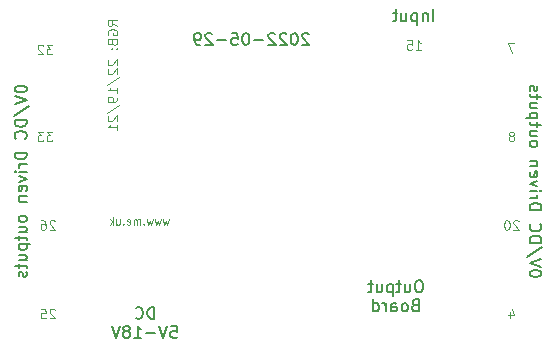
<source format=gbr>
%TF.GenerationSoftware,KiCad,Pcbnew,(6.0.5-0)*%
%TF.CreationDate,2022-05-31T16:46:30+01:00*%
%TF.ProjectId,Relay8,52656c61-7938-42e6-9b69-6361645f7063,1*%
%TF.SameCoordinates,Original*%
%TF.FileFunction,Legend,Bot*%
%TF.FilePolarity,Positive*%
%FSLAX46Y46*%
G04 Gerber Fmt 4.6, Leading zero omitted, Abs format (unit mm)*
G04 Created by KiCad (PCBNEW (6.0.5-0)) date 2022-05-31 16:46:30*
%MOMM*%
%LPD*%
G01*
G04 APERTURE LIST*
%ADD10C,0.100000*%
%ADD11C,0.150000*%
G04 APERTURE END LIST*
D10*
X124347619Y-56578571D02*
X124347619Y-57111904D01*
X124538095Y-56273809D02*
X124728571Y-56845238D01*
X124233333Y-56845238D01*
X125109523Y-48888095D02*
X125071428Y-48850000D01*
X124995238Y-48811904D01*
X124804761Y-48811904D01*
X124728571Y-48850000D01*
X124690476Y-48888095D01*
X124652380Y-48964285D01*
X124652380Y-49040476D01*
X124690476Y-49154761D01*
X125147619Y-49611904D01*
X124652380Y-49611904D01*
X124157142Y-48811904D02*
X124080952Y-48811904D01*
X124004761Y-48850000D01*
X123966666Y-48888095D01*
X123928571Y-48964285D01*
X123890476Y-49116666D01*
X123890476Y-49307142D01*
X123928571Y-49459523D01*
X123966666Y-49535714D01*
X124004761Y-49573809D01*
X124080952Y-49611904D01*
X124157142Y-49611904D01*
X124233333Y-49573809D01*
X124271428Y-49535714D01*
X124309523Y-49459523D01*
X124347619Y-49307142D01*
X124347619Y-49116666D01*
X124309523Y-48964285D01*
X124271428Y-48888095D01*
X124233333Y-48850000D01*
X124157142Y-48811904D01*
D11*
X107357142Y-33047619D02*
X107309523Y-33000000D01*
X107214285Y-32952380D01*
X106976190Y-32952380D01*
X106880952Y-33000000D01*
X106833333Y-33047619D01*
X106785714Y-33142857D01*
X106785714Y-33238095D01*
X106833333Y-33380952D01*
X107404761Y-33952380D01*
X106785714Y-33952380D01*
X106166666Y-32952380D02*
X106071428Y-32952380D01*
X105976190Y-33000000D01*
X105928571Y-33047619D01*
X105880952Y-33142857D01*
X105833333Y-33333333D01*
X105833333Y-33571428D01*
X105880952Y-33761904D01*
X105928571Y-33857142D01*
X105976190Y-33904761D01*
X106071428Y-33952380D01*
X106166666Y-33952380D01*
X106261904Y-33904761D01*
X106309523Y-33857142D01*
X106357142Y-33761904D01*
X106404761Y-33571428D01*
X106404761Y-33333333D01*
X106357142Y-33142857D01*
X106309523Y-33047619D01*
X106261904Y-33000000D01*
X106166666Y-32952380D01*
X105452380Y-33047619D02*
X105404761Y-33000000D01*
X105309523Y-32952380D01*
X105071428Y-32952380D01*
X104976190Y-33000000D01*
X104928571Y-33047619D01*
X104880952Y-33142857D01*
X104880952Y-33238095D01*
X104928571Y-33380952D01*
X105500000Y-33952380D01*
X104880952Y-33952380D01*
X104500000Y-33047619D02*
X104452380Y-33000000D01*
X104357142Y-32952380D01*
X104119047Y-32952380D01*
X104023809Y-33000000D01*
X103976190Y-33047619D01*
X103928571Y-33142857D01*
X103928571Y-33238095D01*
X103976190Y-33380952D01*
X104547619Y-33952380D01*
X103928571Y-33952380D01*
X103500000Y-33571428D02*
X102738095Y-33571428D01*
X102071428Y-32952380D02*
X101976190Y-32952380D01*
X101880952Y-33000000D01*
X101833333Y-33047619D01*
X101785714Y-33142857D01*
X101738095Y-33333333D01*
X101738095Y-33571428D01*
X101785714Y-33761904D01*
X101833333Y-33857142D01*
X101880952Y-33904761D01*
X101976190Y-33952380D01*
X102071428Y-33952380D01*
X102166666Y-33904761D01*
X102214285Y-33857142D01*
X102261904Y-33761904D01*
X102309523Y-33571428D01*
X102309523Y-33333333D01*
X102261904Y-33142857D01*
X102214285Y-33047619D01*
X102166666Y-33000000D01*
X102071428Y-32952380D01*
X100833333Y-32952380D02*
X101309523Y-32952380D01*
X101357142Y-33428571D01*
X101309523Y-33380952D01*
X101214285Y-33333333D01*
X100976190Y-33333333D01*
X100880952Y-33380952D01*
X100833333Y-33428571D01*
X100785714Y-33523809D01*
X100785714Y-33761904D01*
X100833333Y-33857142D01*
X100880952Y-33904761D01*
X100976190Y-33952380D01*
X101214285Y-33952380D01*
X101309523Y-33904761D01*
X101357142Y-33857142D01*
X100357142Y-33571428D02*
X99595238Y-33571428D01*
X99166666Y-33047619D02*
X99119047Y-33000000D01*
X99023809Y-32952380D01*
X98785714Y-32952380D01*
X98690476Y-33000000D01*
X98642857Y-33047619D01*
X98595238Y-33142857D01*
X98595238Y-33238095D01*
X98642857Y-33380952D01*
X99214285Y-33952380D01*
X98595238Y-33952380D01*
X98119047Y-33952380D02*
X97928571Y-33952380D01*
X97833333Y-33904761D01*
X97785714Y-33857142D01*
X97690476Y-33714285D01*
X97642857Y-33523809D01*
X97642857Y-33142857D01*
X97690476Y-33047619D01*
X97738095Y-33000000D01*
X97833333Y-32952380D01*
X98023809Y-32952380D01*
X98119047Y-33000000D01*
X98166666Y-33047619D01*
X98214285Y-33142857D01*
X98214285Y-33380952D01*
X98166666Y-33476190D01*
X98119047Y-33523809D01*
X98023809Y-33571428D01*
X97833333Y-33571428D01*
X97738095Y-33523809D01*
X97690476Y-33476190D01*
X97642857Y-33380952D01*
X82452380Y-37642857D02*
X82452380Y-37738095D01*
X82500000Y-37833333D01*
X82547619Y-37880952D01*
X82642857Y-37928571D01*
X82833333Y-37976190D01*
X83071428Y-37976190D01*
X83261904Y-37928571D01*
X83357142Y-37880952D01*
X83404761Y-37833333D01*
X83452380Y-37738095D01*
X83452380Y-37642857D01*
X83404761Y-37547619D01*
X83357142Y-37500000D01*
X83261904Y-37452380D01*
X83071428Y-37404761D01*
X82833333Y-37404761D01*
X82642857Y-37452380D01*
X82547619Y-37500000D01*
X82500000Y-37547619D01*
X82452380Y-37642857D01*
X82452380Y-38261904D02*
X83452380Y-38595238D01*
X82452380Y-38928571D01*
X82404761Y-39976190D02*
X83690476Y-39119047D01*
X83452380Y-40309523D02*
X82452380Y-40309523D01*
X82452380Y-40547619D01*
X82500000Y-40690476D01*
X82595238Y-40785714D01*
X82690476Y-40833333D01*
X82880952Y-40880952D01*
X83023809Y-40880952D01*
X83214285Y-40833333D01*
X83309523Y-40785714D01*
X83404761Y-40690476D01*
X83452380Y-40547619D01*
X83452380Y-40309523D01*
X83357142Y-41880952D02*
X83404761Y-41833333D01*
X83452380Y-41690476D01*
X83452380Y-41595238D01*
X83404761Y-41452380D01*
X83309523Y-41357142D01*
X83214285Y-41309523D01*
X83023809Y-41261904D01*
X82880952Y-41261904D01*
X82690476Y-41309523D01*
X82595238Y-41357142D01*
X82500000Y-41452380D01*
X82452380Y-41595238D01*
X82452380Y-41690476D01*
X82500000Y-41833333D01*
X82547619Y-41880952D01*
X83452380Y-43071428D02*
X82452380Y-43071428D01*
X82452380Y-43309523D01*
X82500000Y-43452380D01*
X82595238Y-43547619D01*
X82690476Y-43595238D01*
X82880952Y-43642857D01*
X83023809Y-43642857D01*
X83214285Y-43595238D01*
X83309523Y-43547619D01*
X83404761Y-43452380D01*
X83452380Y-43309523D01*
X83452380Y-43071428D01*
X83452380Y-44071428D02*
X82785714Y-44071428D01*
X82976190Y-44071428D02*
X82880952Y-44119047D01*
X82833333Y-44166666D01*
X82785714Y-44261904D01*
X82785714Y-44357142D01*
X83452380Y-44690476D02*
X82785714Y-44690476D01*
X82452380Y-44690476D02*
X82500000Y-44642857D01*
X82547619Y-44690476D01*
X82500000Y-44738095D01*
X82452380Y-44690476D01*
X82547619Y-44690476D01*
X82785714Y-45071428D02*
X83452380Y-45309523D01*
X82785714Y-45547619D01*
X83404761Y-46309523D02*
X83452380Y-46214285D01*
X83452380Y-46023809D01*
X83404761Y-45928571D01*
X83309523Y-45880952D01*
X82928571Y-45880952D01*
X82833333Y-45928571D01*
X82785714Y-46023809D01*
X82785714Y-46214285D01*
X82833333Y-46309523D01*
X82928571Y-46357142D01*
X83023809Y-46357142D01*
X83119047Y-45880952D01*
X82785714Y-46785714D02*
X83452380Y-46785714D01*
X82880952Y-46785714D02*
X82833333Y-46833333D01*
X82785714Y-46928571D01*
X82785714Y-47071428D01*
X82833333Y-47166666D01*
X82928571Y-47214285D01*
X83452380Y-47214285D01*
X83452380Y-48595238D02*
X83404761Y-48500000D01*
X83357142Y-48452380D01*
X83261904Y-48404761D01*
X82976190Y-48404761D01*
X82880952Y-48452380D01*
X82833333Y-48500000D01*
X82785714Y-48595238D01*
X82785714Y-48738095D01*
X82833333Y-48833333D01*
X82880952Y-48880952D01*
X82976190Y-48928571D01*
X83261904Y-48928571D01*
X83357142Y-48880952D01*
X83404761Y-48833333D01*
X83452380Y-48738095D01*
X83452380Y-48595238D01*
X82785714Y-49785714D02*
X83452380Y-49785714D01*
X82785714Y-49357142D02*
X83309523Y-49357142D01*
X83404761Y-49404761D01*
X83452380Y-49500000D01*
X83452380Y-49642857D01*
X83404761Y-49738095D01*
X83357142Y-49785714D01*
X82785714Y-50119047D02*
X82785714Y-50500000D01*
X82452380Y-50261904D02*
X83309523Y-50261904D01*
X83404761Y-50309523D01*
X83452380Y-50404761D01*
X83452380Y-50500000D01*
X82785714Y-50833333D02*
X83785714Y-50833333D01*
X82833333Y-50833333D02*
X82785714Y-50928571D01*
X82785714Y-51119047D01*
X82833333Y-51214285D01*
X82880952Y-51261904D01*
X82976190Y-51309523D01*
X83261904Y-51309523D01*
X83357142Y-51261904D01*
X83404761Y-51214285D01*
X83452380Y-51119047D01*
X83452380Y-50928571D01*
X83404761Y-50833333D01*
X82785714Y-52166666D02*
X83452380Y-52166666D01*
X82785714Y-51738095D02*
X83309523Y-51738095D01*
X83404761Y-51785714D01*
X83452380Y-51880952D01*
X83452380Y-52023809D01*
X83404761Y-52119047D01*
X83357142Y-52166666D01*
X82785714Y-52500000D02*
X82785714Y-52880952D01*
X82452380Y-52642857D02*
X83309523Y-52642857D01*
X83404761Y-52690476D01*
X83452380Y-52785714D01*
X83452380Y-52880952D01*
X83404761Y-53166666D02*
X83452380Y-53261904D01*
X83452380Y-53452380D01*
X83404761Y-53547619D01*
X83309523Y-53595238D01*
X83261904Y-53595238D01*
X83166666Y-53547619D01*
X83119047Y-53452380D01*
X83119047Y-53309523D01*
X83071428Y-53214285D01*
X82976190Y-53166666D01*
X82928571Y-53166666D01*
X82833333Y-53214285D01*
X82785714Y-53309523D01*
X82785714Y-53452380D01*
X82833333Y-53547619D01*
D10*
X85859523Y-48888095D02*
X85821428Y-48850000D01*
X85745238Y-48811904D01*
X85554761Y-48811904D01*
X85478571Y-48850000D01*
X85440476Y-48888095D01*
X85402380Y-48964285D01*
X85402380Y-49040476D01*
X85440476Y-49154761D01*
X85897619Y-49611904D01*
X85402380Y-49611904D01*
X84716666Y-48811904D02*
X84869047Y-48811904D01*
X84945238Y-48850000D01*
X84983333Y-48888095D01*
X85059523Y-49002380D01*
X85097619Y-49154761D01*
X85097619Y-49459523D01*
X85059523Y-49535714D01*
X85021428Y-49573809D01*
X84945238Y-49611904D01*
X84792857Y-49611904D01*
X84716666Y-49573809D01*
X84678571Y-49535714D01*
X84640476Y-49459523D01*
X84640476Y-49269047D01*
X84678571Y-49192857D01*
X84716666Y-49154761D01*
X84792857Y-49116666D01*
X84945238Y-49116666D01*
X85021428Y-49154761D01*
X85059523Y-49192857D01*
X85097619Y-49269047D01*
X85859523Y-56388095D02*
X85821428Y-56350000D01*
X85745238Y-56311904D01*
X85554761Y-56311904D01*
X85478571Y-56350000D01*
X85440476Y-56388095D01*
X85402380Y-56464285D01*
X85402380Y-56540476D01*
X85440476Y-56654761D01*
X85897619Y-57111904D01*
X85402380Y-57111904D01*
X84678571Y-56311904D02*
X85059523Y-56311904D01*
X85097619Y-56692857D01*
X85059523Y-56654761D01*
X84983333Y-56616666D01*
X84792857Y-56616666D01*
X84716666Y-56654761D01*
X84678571Y-56692857D01*
X84640476Y-56769047D01*
X84640476Y-56959523D01*
X84678571Y-57035714D01*
X84716666Y-57073809D01*
X84792857Y-57111904D01*
X84983333Y-57111904D01*
X85059523Y-57073809D01*
X85097619Y-57035714D01*
X124576190Y-41654761D02*
X124652380Y-41616666D01*
X124690476Y-41578571D01*
X124728571Y-41502380D01*
X124728571Y-41464285D01*
X124690476Y-41388095D01*
X124652380Y-41350000D01*
X124576190Y-41311904D01*
X124423809Y-41311904D01*
X124347619Y-41350000D01*
X124309523Y-41388095D01*
X124271428Y-41464285D01*
X124271428Y-41502380D01*
X124309523Y-41578571D01*
X124347619Y-41616666D01*
X124423809Y-41654761D01*
X124576190Y-41654761D01*
X124652380Y-41692857D01*
X124690476Y-41730952D01*
X124728571Y-41807142D01*
X124728571Y-41959523D01*
X124690476Y-42035714D01*
X124652380Y-42073809D01*
X124576190Y-42111904D01*
X124423809Y-42111904D01*
X124347619Y-42073809D01*
X124309523Y-42035714D01*
X124271428Y-41959523D01*
X124271428Y-41807142D01*
X124309523Y-41730952D01*
X124347619Y-41692857D01*
X124423809Y-41654761D01*
D11*
X94261904Y-57147380D02*
X94261904Y-56147380D01*
X94023809Y-56147380D01*
X93880952Y-56195000D01*
X93785714Y-56290238D01*
X93738095Y-56385476D01*
X93690476Y-56575952D01*
X93690476Y-56718809D01*
X93738095Y-56909285D01*
X93785714Y-57004523D01*
X93880952Y-57099761D01*
X94023809Y-57147380D01*
X94261904Y-57147380D01*
X92690476Y-57052142D02*
X92738095Y-57099761D01*
X92880952Y-57147380D01*
X92976190Y-57147380D01*
X93119047Y-57099761D01*
X93214285Y-57004523D01*
X93261904Y-56909285D01*
X93309523Y-56718809D01*
X93309523Y-56575952D01*
X93261904Y-56385476D01*
X93214285Y-56290238D01*
X93119047Y-56195000D01*
X92976190Y-56147380D01*
X92880952Y-56147380D01*
X92738095Y-56195000D01*
X92690476Y-56242619D01*
X95690476Y-57757380D02*
X96166666Y-57757380D01*
X96214285Y-58233571D01*
X96166666Y-58185952D01*
X96071428Y-58138333D01*
X95833333Y-58138333D01*
X95738095Y-58185952D01*
X95690476Y-58233571D01*
X95642857Y-58328809D01*
X95642857Y-58566904D01*
X95690476Y-58662142D01*
X95738095Y-58709761D01*
X95833333Y-58757380D01*
X96071428Y-58757380D01*
X96166666Y-58709761D01*
X96214285Y-58662142D01*
X95357142Y-57757380D02*
X95023809Y-58757380D01*
X94690476Y-57757380D01*
X94357142Y-58376428D02*
X93595238Y-58376428D01*
X92595238Y-58757380D02*
X93166666Y-58757380D01*
X92880952Y-58757380D02*
X92880952Y-57757380D01*
X92976190Y-57900238D01*
X93071428Y-57995476D01*
X93166666Y-58043095D01*
X92023809Y-58185952D02*
X92119047Y-58138333D01*
X92166666Y-58090714D01*
X92214285Y-57995476D01*
X92214285Y-57947857D01*
X92166666Y-57852619D01*
X92119047Y-57805000D01*
X92023809Y-57757380D01*
X91833333Y-57757380D01*
X91738095Y-57805000D01*
X91690476Y-57852619D01*
X91642857Y-57947857D01*
X91642857Y-57995476D01*
X91690476Y-58090714D01*
X91738095Y-58138333D01*
X91833333Y-58185952D01*
X92023809Y-58185952D01*
X92119047Y-58233571D01*
X92166666Y-58281190D01*
X92214285Y-58376428D01*
X92214285Y-58566904D01*
X92166666Y-58662142D01*
X92119047Y-58709761D01*
X92023809Y-58757380D01*
X91833333Y-58757380D01*
X91738095Y-58709761D01*
X91690476Y-58662142D01*
X91642857Y-58566904D01*
X91642857Y-58376428D01*
X91690476Y-58281190D01*
X91738095Y-58233571D01*
X91833333Y-58185952D01*
X91357142Y-57757380D02*
X91023809Y-58757380D01*
X90690476Y-57757380D01*
D10*
X116402380Y-34361904D02*
X116859523Y-34361904D01*
X116630952Y-34361904D02*
X116630952Y-33561904D01*
X116707142Y-33676190D01*
X116783333Y-33752380D01*
X116859523Y-33790476D01*
X115678571Y-33561904D02*
X116059523Y-33561904D01*
X116097619Y-33942857D01*
X116059523Y-33904761D01*
X115983333Y-33866666D01*
X115792857Y-33866666D01*
X115716666Y-33904761D01*
X115678571Y-33942857D01*
X115640476Y-34019047D01*
X115640476Y-34209523D01*
X115678571Y-34285714D01*
X115716666Y-34323809D01*
X115792857Y-34361904D01*
X115983333Y-34361904D01*
X116059523Y-34323809D01*
X116097619Y-34285714D01*
X91111904Y-32328571D02*
X90730952Y-32061904D01*
X91111904Y-31871428D02*
X90311904Y-31871428D01*
X90311904Y-32176190D01*
X90350000Y-32252380D01*
X90388095Y-32290476D01*
X90464285Y-32328571D01*
X90578571Y-32328571D01*
X90654761Y-32290476D01*
X90692857Y-32252380D01*
X90730952Y-32176190D01*
X90730952Y-31871428D01*
X90350000Y-33090476D02*
X90311904Y-33014285D01*
X90311904Y-32900000D01*
X90350000Y-32785714D01*
X90426190Y-32709523D01*
X90502380Y-32671428D01*
X90654761Y-32633333D01*
X90769047Y-32633333D01*
X90921428Y-32671428D01*
X90997619Y-32709523D01*
X91073809Y-32785714D01*
X91111904Y-32900000D01*
X91111904Y-32976190D01*
X91073809Y-33090476D01*
X91035714Y-33128571D01*
X90769047Y-33128571D01*
X90769047Y-32976190D01*
X90692857Y-33738095D02*
X90730952Y-33852380D01*
X90769047Y-33890476D01*
X90845238Y-33928571D01*
X90959523Y-33928571D01*
X91035714Y-33890476D01*
X91073809Y-33852380D01*
X91111904Y-33776190D01*
X91111904Y-33471428D01*
X90311904Y-33471428D01*
X90311904Y-33738095D01*
X90350000Y-33814285D01*
X90388095Y-33852380D01*
X90464285Y-33890476D01*
X90540476Y-33890476D01*
X90616666Y-33852380D01*
X90654761Y-33814285D01*
X90692857Y-33738095D01*
X90692857Y-33471428D01*
X91035714Y-34271428D02*
X91073809Y-34309523D01*
X91111904Y-34271428D01*
X91073809Y-34233333D01*
X91035714Y-34271428D01*
X91111904Y-34271428D01*
X90616666Y-34271428D02*
X90654761Y-34309523D01*
X90692857Y-34271428D01*
X90654761Y-34233333D01*
X90616666Y-34271428D01*
X90692857Y-34271428D01*
X90388095Y-35223809D02*
X90350000Y-35261904D01*
X90311904Y-35338095D01*
X90311904Y-35528571D01*
X90350000Y-35604761D01*
X90388095Y-35642857D01*
X90464285Y-35680952D01*
X90540476Y-35680952D01*
X90654761Y-35642857D01*
X91111904Y-35185714D01*
X91111904Y-35680952D01*
X90388095Y-35985714D02*
X90350000Y-36023809D01*
X90311904Y-36100000D01*
X90311904Y-36290476D01*
X90350000Y-36366666D01*
X90388095Y-36404761D01*
X90464285Y-36442857D01*
X90540476Y-36442857D01*
X90654761Y-36404761D01*
X91111904Y-35947619D01*
X91111904Y-36442857D01*
X90273809Y-37357142D02*
X91302380Y-36671428D01*
X91111904Y-38042857D02*
X91111904Y-37585714D01*
X91111904Y-37814285D02*
X90311904Y-37814285D01*
X90426190Y-37738095D01*
X90502380Y-37661904D01*
X90540476Y-37585714D01*
X91111904Y-38423809D02*
X91111904Y-38576190D01*
X91073809Y-38652380D01*
X91035714Y-38690476D01*
X90921428Y-38766666D01*
X90769047Y-38804761D01*
X90464285Y-38804761D01*
X90388095Y-38766666D01*
X90350000Y-38728571D01*
X90311904Y-38652380D01*
X90311904Y-38500000D01*
X90350000Y-38423809D01*
X90388095Y-38385714D01*
X90464285Y-38347619D01*
X90654761Y-38347619D01*
X90730952Y-38385714D01*
X90769047Y-38423809D01*
X90807142Y-38500000D01*
X90807142Y-38652380D01*
X90769047Y-38728571D01*
X90730952Y-38766666D01*
X90654761Y-38804761D01*
X90273809Y-39719047D02*
X91302380Y-39033333D01*
X90388095Y-39947619D02*
X90350000Y-39985714D01*
X90311904Y-40061904D01*
X90311904Y-40252380D01*
X90350000Y-40328571D01*
X90388095Y-40366666D01*
X90464285Y-40404761D01*
X90540476Y-40404761D01*
X90654761Y-40366666D01*
X91111904Y-39909523D01*
X91111904Y-40404761D01*
X91111904Y-41166666D02*
X91111904Y-40709523D01*
X91111904Y-40938095D02*
X90311904Y-40938095D01*
X90426190Y-40861904D01*
X90502380Y-40785714D01*
X90540476Y-40709523D01*
D11*
X116773809Y-53897380D02*
X116583333Y-53897380D01*
X116488095Y-53945000D01*
X116392857Y-54040238D01*
X116345238Y-54230714D01*
X116345238Y-54564047D01*
X116392857Y-54754523D01*
X116488095Y-54849761D01*
X116583333Y-54897380D01*
X116773809Y-54897380D01*
X116869047Y-54849761D01*
X116964285Y-54754523D01*
X117011904Y-54564047D01*
X117011904Y-54230714D01*
X116964285Y-54040238D01*
X116869047Y-53945000D01*
X116773809Y-53897380D01*
X115488095Y-54230714D02*
X115488095Y-54897380D01*
X115916666Y-54230714D02*
X115916666Y-54754523D01*
X115869047Y-54849761D01*
X115773809Y-54897380D01*
X115630952Y-54897380D01*
X115535714Y-54849761D01*
X115488095Y-54802142D01*
X115154761Y-54230714D02*
X114773809Y-54230714D01*
X115011904Y-53897380D02*
X115011904Y-54754523D01*
X114964285Y-54849761D01*
X114869047Y-54897380D01*
X114773809Y-54897380D01*
X114440476Y-54230714D02*
X114440476Y-55230714D01*
X114440476Y-54278333D02*
X114345238Y-54230714D01*
X114154761Y-54230714D01*
X114059523Y-54278333D01*
X114011904Y-54325952D01*
X113964285Y-54421190D01*
X113964285Y-54706904D01*
X114011904Y-54802142D01*
X114059523Y-54849761D01*
X114154761Y-54897380D01*
X114345238Y-54897380D01*
X114440476Y-54849761D01*
X113107142Y-54230714D02*
X113107142Y-54897380D01*
X113535714Y-54230714D02*
X113535714Y-54754523D01*
X113488095Y-54849761D01*
X113392857Y-54897380D01*
X113250000Y-54897380D01*
X113154761Y-54849761D01*
X113107142Y-54802142D01*
X112773809Y-54230714D02*
X112392857Y-54230714D01*
X112630952Y-53897380D02*
X112630952Y-54754523D01*
X112583333Y-54849761D01*
X112488095Y-54897380D01*
X112392857Y-54897380D01*
X116345238Y-55983571D02*
X116202380Y-56031190D01*
X116154761Y-56078809D01*
X116107142Y-56174047D01*
X116107142Y-56316904D01*
X116154761Y-56412142D01*
X116202380Y-56459761D01*
X116297619Y-56507380D01*
X116678571Y-56507380D01*
X116678571Y-55507380D01*
X116345238Y-55507380D01*
X116250000Y-55555000D01*
X116202380Y-55602619D01*
X116154761Y-55697857D01*
X116154761Y-55793095D01*
X116202380Y-55888333D01*
X116250000Y-55935952D01*
X116345238Y-55983571D01*
X116678571Y-55983571D01*
X115535714Y-56507380D02*
X115630952Y-56459761D01*
X115678571Y-56412142D01*
X115726190Y-56316904D01*
X115726190Y-56031190D01*
X115678571Y-55935952D01*
X115630952Y-55888333D01*
X115535714Y-55840714D01*
X115392857Y-55840714D01*
X115297619Y-55888333D01*
X115250000Y-55935952D01*
X115202380Y-56031190D01*
X115202380Y-56316904D01*
X115250000Y-56412142D01*
X115297619Y-56459761D01*
X115392857Y-56507380D01*
X115535714Y-56507380D01*
X114345238Y-56507380D02*
X114345238Y-55983571D01*
X114392857Y-55888333D01*
X114488095Y-55840714D01*
X114678571Y-55840714D01*
X114773809Y-55888333D01*
X114345238Y-56459761D02*
X114440476Y-56507380D01*
X114678571Y-56507380D01*
X114773809Y-56459761D01*
X114821428Y-56364523D01*
X114821428Y-56269285D01*
X114773809Y-56174047D01*
X114678571Y-56126428D01*
X114440476Y-56126428D01*
X114345238Y-56078809D01*
X113869047Y-56507380D02*
X113869047Y-55840714D01*
X113869047Y-56031190D02*
X113821428Y-55935952D01*
X113773809Y-55888333D01*
X113678571Y-55840714D01*
X113583333Y-55840714D01*
X112821428Y-56507380D02*
X112821428Y-55507380D01*
X112821428Y-56459761D02*
X112916666Y-56507380D01*
X113107142Y-56507380D01*
X113202380Y-56459761D01*
X113250000Y-56412142D01*
X113297619Y-56316904D01*
X113297619Y-56031190D01*
X113250000Y-55935952D01*
X113202380Y-55888333D01*
X113107142Y-55840714D01*
X112916666Y-55840714D01*
X112821428Y-55888333D01*
D10*
X85647619Y-33961904D02*
X85152380Y-33961904D01*
X85419047Y-34266666D01*
X85304761Y-34266666D01*
X85228571Y-34304761D01*
X85190476Y-34342857D01*
X85152380Y-34419047D01*
X85152380Y-34609523D01*
X85190476Y-34685714D01*
X85228571Y-34723809D01*
X85304761Y-34761904D01*
X85533333Y-34761904D01*
X85609523Y-34723809D01*
X85647619Y-34685714D01*
X84847619Y-34038095D02*
X84809523Y-34000000D01*
X84733333Y-33961904D01*
X84542857Y-33961904D01*
X84466666Y-34000000D01*
X84428571Y-34038095D01*
X84390476Y-34114285D01*
X84390476Y-34190476D01*
X84428571Y-34304761D01*
X84885714Y-34761904D01*
X84390476Y-34761904D01*
X124766666Y-33811904D02*
X124233333Y-33811904D01*
X124576190Y-34611904D01*
D11*
X117892857Y-31952380D02*
X117892857Y-30952380D01*
X117416666Y-31285714D02*
X117416666Y-31952380D01*
X117416666Y-31380952D02*
X117369047Y-31333333D01*
X117273809Y-31285714D01*
X117130952Y-31285714D01*
X117035714Y-31333333D01*
X116988095Y-31428571D01*
X116988095Y-31952380D01*
X116511904Y-31285714D02*
X116511904Y-32285714D01*
X116511904Y-31333333D02*
X116416666Y-31285714D01*
X116226190Y-31285714D01*
X116130952Y-31333333D01*
X116083333Y-31380952D01*
X116035714Y-31476190D01*
X116035714Y-31761904D01*
X116083333Y-31857142D01*
X116130952Y-31904761D01*
X116226190Y-31952380D01*
X116416666Y-31952380D01*
X116511904Y-31904761D01*
X115178571Y-31285714D02*
X115178571Y-31952380D01*
X115607142Y-31285714D02*
X115607142Y-31809523D01*
X115559523Y-31904761D01*
X115464285Y-31952380D01*
X115321428Y-31952380D01*
X115226190Y-31904761D01*
X115178571Y-31857142D01*
X114845238Y-31285714D02*
X114464285Y-31285714D01*
X114702380Y-30952380D02*
X114702380Y-31809523D01*
X114654761Y-31904761D01*
X114559523Y-31952380D01*
X114464285Y-31952380D01*
X127047619Y-53357142D02*
X127047619Y-53261904D01*
X127000000Y-53166666D01*
X126952380Y-53119047D01*
X126857142Y-53071428D01*
X126666666Y-53023809D01*
X126428571Y-53023809D01*
X126238095Y-53071428D01*
X126142857Y-53119047D01*
X126095238Y-53166666D01*
X126047619Y-53261904D01*
X126047619Y-53357142D01*
X126095238Y-53452380D01*
X126142857Y-53500000D01*
X126238095Y-53547619D01*
X126428571Y-53595238D01*
X126666666Y-53595238D01*
X126857142Y-53547619D01*
X126952380Y-53500000D01*
X127000000Y-53452380D01*
X127047619Y-53357142D01*
X127047619Y-52738095D02*
X126047619Y-52404761D01*
X127047619Y-52071428D01*
X127095238Y-51023809D02*
X125809523Y-51880952D01*
X126047619Y-50690476D02*
X127047619Y-50690476D01*
X127047619Y-50452380D01*
X127000000Y-50309523D01*
X126904761Y-50214285D01*
X126809523Y-50166666D01*
X126619047Y-50119047D01*
X126476190Y-50119047D01*
X126285714Y-50166666D01*
X126190476Y-50214285D01*
X126095238Y-50309523D01*
X126047619Y-50452380D01*
X126047619Y-50690476D01*
X126142857Y-49119047D02*
X126095238Y-49166666D01*
X126047619Y-49309523D01*
X126047619Y-49404761D01*
X126095238Y-49547619D01*
X126190476Y-49642857D01*
X126285714Y-49690476D01*
X126476190Y-49738095D01*
X126619047Y-49738095D01*
X126809523Y-49690476D01*
X126904761Y-49642857D01*
X127000000Y-49547619D01*
X127047619Y-49404761D01*
X127047619Y-49309523D01*
X127000000Y-49166666D01*
X126952380Y-49119047D01*
X126047619Y-47928571D02*
X127047619Y-47928571D01*
X127047619Y-47690476D01*
X127000000Y-47547619D01*
X126904761Y-47452380D01*
X126809523Y-47404761D01*
X126619047Y-47357142D01*
X126476190Y-47357142D01*
X126285714Y-47404761D01*
X126190476Y-47452380D01*
X126095238Y-47547619D01*
X126047619Y-47690476D01*
X126047619Y-47928571D01*
X126047619Y-46928571D02*
X126714285Y-46928571D01*
X126523809Y-46928571D02*
X126619047Y-46880952D01*
X126666666Y-46833333D01*
X126714285Y-46738095D01*
X126714285Y-46642857D01*
X126047619Y-46309523D02*
X126714285Y-46309523D01*
X127047619Y-46309523D02*
X127000000Y-46357142D01*
X126952380Y-46309523D01*
X127000000Y-46261904D01*
X127047619Y-46309523D01*
X126952380Y-46309523D01*
X126714285Y-45928571D02*
X126047619Y-45690476D01*
X126714285Y-45452380D01*
X126095238Y-44690476D02*
X126047619Y-44785714D01*
X126047619Y-44976190D01*
X126095238Y-45071428D01*
X126190476Y-45119047D01*
X126571428Y-45119047D01*
X126666666Y-45071428D01*
X126714285Y-44976190D01*
X126714285Y-44785714D01*
X126666666Y-44690476D01*
X126571428Y-44642857D01*
X126476190Y-44642857D01*
X126380952Y-45119047D01*
X126714285Y-44214285D02*
X126047619Y-44214285D01*
X126619047Y-44214285D02*
X126666666Y-44166666D01*
X126714285Y-44071428D01*
X126714285Y-43928571D01*
X126666666Y-43833333D01*
X126571428Y-43785714D01*
X126047619Y-43785714D01*
X126047619Y-42404761D02*
X126095238Y-42500000D01*
X126142857Y-42547619D01*
X126238095Y-42595238D01*
X126523809Y-42595238D01*
X126619047Y-42547619D01*
X126666666Y-42500000D01*
X126714285Y-42404761D01*
X126714285Y-42261904D01*
X126666666Y-42166666D01*
X126619047Y-42119047D01*
X126523809Y-42071428D01*
X126238095Y-42071428D01*
X126142857Y-42119047D01*
X126095238Y-42166666D01*
X126047619Y-42261904D01*
X126047619Y-42404761D01*
X126714285Y-41214285D02*
X126047619Y-41214285D01*
X126714285Y-41642857D02*
X126190476Y-41642857D01*
X126095238Y-41595238D01*
X126047619Y-41500000D01*
X126047619Y-41357142D01*
X126095238Y-41261904D01*
X126142857Y-41214285D01*
X126714285Y-40880952D02*
X126714285Y-40500000D01*
X127047619Y-40738095D02*
X126190476Y-40738095D01*
X126095238Y-40690476D01*
X126047619Y-40595238D01*
X126047619Y-40500000D01*
X126714285Y-40166666D02*
X125714285Y-40166666D01*
X126666666Y-40166666D02*
X126714285Y-40071428D01*
X126714285Y-39880952D01*
X126666666Y-39785714D01*
X126619047Y-39738095D01*
X126523809Y-39690476D01*
X126238095Y-39690476D01*
X126142857Y-39738095D01*
X126095238Y-39785714D01*
X126047619Y-39880952D01*
X126047619Y-40071428D01*
X126095238Y-40166666D01*
X126714285Y-38833333D02*
X126047619Y-38833333D01*
X126714285Y-39261904D02*
X126190476Y-39261904D01*
X126095238Y-39214285D01*
X126047619Y-39119047D01*
X126047619Y-38976190D01*
X126095238Y-38880952D01*
X126142857Y-38833333D01*
X126714285Y-38500000D02*
X126714285Y-38119047D01*
X127047619Y-38357142D02*
X126190476Y-38357142D01*
X126095238Y-38309523D01*
X126047619Y-38214285D01*
X126047619Y-38119047D01*
X126095238Y-37833333D02*
X126047619Y-37738095D01*
X126047619Y-37547619D01*
X126095238Y-37452380D01*
X126190476Y-37404761D01*
X126238095Y-37404761D01*
X126333333Y-37452380D01*
X126380952Y-37547619D01*
X126380952Y-37690476D01*
X126428571Y-37785714D01*
X126523809Y-37833333D01*
X126571428Y-37833333D01*
X126666666Y-37785714D01*
X126714285Y-37690476D01*
X126714285Y-37547619D01*
X126666666Y-37452380D01*
D10*
X85647619Y-41311904D02*
X85152380Y-41311904D01*
X85419047Y-41616666D01*
X85304761Y-41616666D01*
X85228571Y-41654761D01*
X85190476Y-41692857D01*
X85152380Y-41769047D01*
X85152380Y-41959523D01*
X85190476Y-42035714D01*
X85228571Y-42073809D01*
X85304761Y-42111904D01*
X85533333Y-42111904D01*
X85609523Y-42073809D01*
X85647619Y-42035714D01*
X84885714Y-41311904D02*
X84390476Y-41311904D01*
X84657142Y-41616666D01*
X84542857Y-41616666D01*
X84466666Y-41654761D01*
X84428571Y-41692857D01*
X84390476Y-41769047D01*
X84390476Y-41959523D01*
X84428571Y-42035714D01*
X84466666Y-42073809D01*
X84542857Y-42111904D01*
X84771428Y-42111904D01*
X84847619Y-42073809D01*
X84885714Y-42035714D01*
%TO.C,AJK1*%
X95487142Y-48735714D02*
X95363333Y-49169047D01*
X95239523Y-48859523D01*
X95115714Y-49169047D01*
X94991904Y-48735714D01*
X94806190Y-48735714D02*
X94682380Y-49169047D01*
X94558571Y-48859523D01*
X94434761Y-49169047D01*
X94310952Y-48735714D01*
X94125238Y-48735714D02*
X94001428Y-49169047D01*
X93877619Y-48859523D01*
X93753809Y-49169047D01*
X93630000Y-48735714D01*
X93382380Y-49107142D02*
X93351428Y-49138095D01*
X93382380Y-49169047D01*
X93413333Y-49138095D01*
X93382380Y-49107142D01*
X93382380Y-49169047D01*
X93072857Y-49169047D02*
X93072857Y-48735714D01*
X93072857Y-48797619D02*
X93041904Y-48766666D01*
X92980000Y-48735714D01*
X92887142Y-48735714D01*
X92825238Y-48766666D01*
X92794285Y-48828571D01*
X92794285Y-49169047D01*
X92794285Y-48828571D02*
X92763333Y-48766666D01*
X92701428Y-48735714D01*
X92608571Y-48735714D01*
X92546666Y-48766666D01*
X92515714Y-48828571D01*
X92515714Y-49169047D01*
X91958571Y-49138095D02*
X92020476Y-49169047D01*
X92144285Y-49169047D01*
X92206190Y-49138095D01*
X92237142Y-49076190D01*
X92237142Y-48828571D01*
X92206190Y-48766666D01*
X92144285Y-48735714D01*
X92020476Y-48735714D01*
X91958571Y-48766666D01*
X91927619Y-48828571D01*
X91927619Y-48890476D01*
X92237142Y-48952380D01*
X91649047Y-49107142D02*
X91618095Y-49138095D01*
X91649047Y-49169047D01*
X91680000Y-49138095D01*
X91649047Y-49107142D01*
X91649047Y-49169047D01*
X91060952Y-48735714D02*
X91060952Y-49169047D01*
X91339523Y-48735714D02*
X91339523Y-49076190D01*
X91308571Y-49138095D01*
X91246666Y-49169047D01*
X91153809Y-49169047D01*
X91091904Y-49138095D01*
X91060952Y-49107142D01*
X90751428Y-49169047D02*
X90751428Y-48519047D01*
X90689523Y-48921428D02*
X90503809Y-49169047D01*
X90503809Y-48735714D02*
X90751428Y-48983333D01*
%TD*%
M02*

</source>
